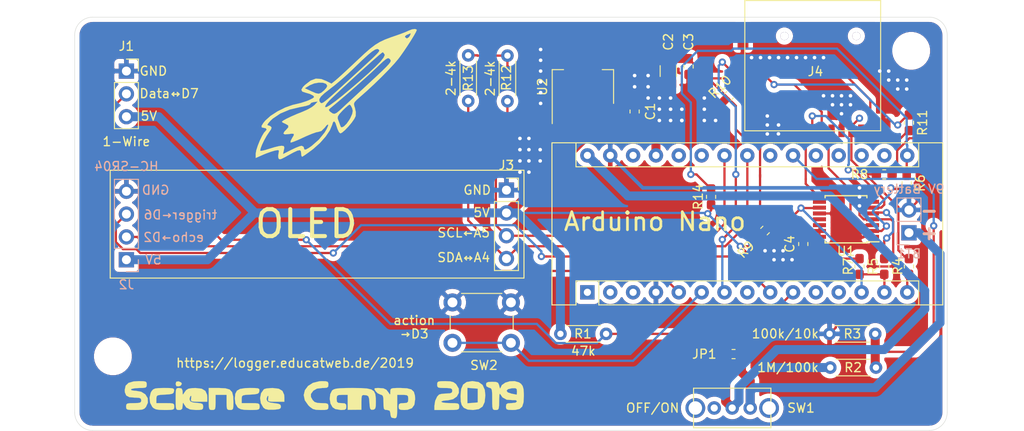
<source format=kicad_pcb>
(kicad_pcb (version 20171130) (host pcbnew 5.1.2+dfsg1-1)
  (layers (0 F.Cu signal) (31 B.Cu signal) (34 B.Paste user) (35 F.Paste user) (36 B.SilkS user) (37 F.SilkS user) (38 B.Mask user) (39 F.Mask user) (44 Edge.Cuts user))
  (net 0 "")
  (net 1 "Net-(A1-Pad30)")
  (net 2 GND)
  (net 3 "Net-(A1-Pad28)")
  (net 4 "Net-(A1-Pad12)")
  (net 5 +5V)
  (net 6 "Net-(A1-Pad11)")
  (net 7 "Net-(A1-Pad26)")
  (net 8 "Net-(A1-Pad10)")
  (net 9 "Net-(A1-Pad25)")
  (net 10 "Net-(A1-Pad9)")
  (net 11 /SCL)
  (net 12 "Net-(A1-Pad8)")
  (net 13 /SDA)
  (net 14 "Net-(A1-Pad22)")
  (net 15 "Net-(A1-Pad6)")
  (net 16 "Net-(A1-Pad21)")
  (net 17 "Net-(A1-Pad20)")
  (net 18 "Net-(A1-Pad19)")
  (net 19 "Net-(A1-Pad3)")
  (net 20 "Net-(A1-Pad18)")
  (net 21 "Net-(A1-Pad2)")
  (net 22 +3V3)
  (net 23 "Net-(A1-Pad1)")
  (net 24 "Net-(BT1-Pad1)")
  (net 25 "Net-(SW1-Pad1)")
  (net 26 SPI_SCK)
  (net 27 MISO)
  (net 28 MOSI)
  (net 29 SD_3V3)
  (net 30 "Net-(J4-Pad7)")
  (net 31 "Net-(J4-Pad3)")
  (net 32 "Net-(J4-Pad5)")
  (net 33 "Net-(R5-Pad1)")
  (net 34 "Net-(R6-Pad1)")
  (net 35 "Net-(A1-Pad5)")
  (net 36 "Net-(J4-Pad1)")
  (net 37 "Net-(J4-Pad8)")
  (net 38 SD_SS)
  (net 39 SD_DETECT)
  (net 40 "Net-(U1-Pad11)")
  (net 41 "Net-(J4-Pad2)")
  (module parts:SOFNG_TF-15_15 (layer F.Cu) (at 194.25 82.25 270)
    (fp_text reference J4 (at -0.2 -0.1) (layer F.SilkS))
    (fp_text value Micro_SD_Card_Det)
    (pad 11 smd rect (at -3.9 -7.55 180) (size 1.2 2.2) (layers F.Cu F.Paste F.Mask) (net 2 GND))
    (pad 11 smd rect (at -3.9 7.95 180) (size 1.2 2.2) (layers F.Cu F.Paste F.Mask) (net 2 GND))
    (pad 11 smd rect (at 5.7 -7.65 180) (size 1.6 1.4) (layers F.Cu F.Paste F.Mask) (net 2 GND))
    (pad 11 smd rect (at 5.7 7.15 180) (size 1.6 1.4) (layers F.Cu F.Paste F.Mask) (net 2 GND))
    (pad 10 smd rect (at 6.4 -6.3 180) (size 0.7 1.4) (layers F.Cu F.Paste F.Mask) (net 39 SD_DETECT))
    (pad 8 smd rect (at 6.4 -5.2 180) (size 0.7 1.4) (layers F.Cu F.Paste F.Mask) (net 37 "Net-(J4-Pad8)"))
    (pad 7 smd rect (at 6.4 -4.1 180) (size 0.7 1.4) (layers F.Cu F.Paste F.Mask) (net 30 "Net-(J4-Pad7)"))
    (pad 6 smd rect (at 6.4 -3 180) (size 0.7 1.4) (layers F.Cu F.Paste F.Mask) (net 2 GND))
    (pad 5 smd rect (at 6.4 -1.9 180) (size 0.7 1.4) (layers F.Cu F.Paste F.Mask) (net 32 "Net-(J4-Pad5)"))
    (pad 4 smd rect (at 6.4 -0.8 180) (size 0.7 1.4) (layers F.Cu F.Paste F.Mask) (net 29 SD_3V3))
    (pad 3 smd rect (at 6.4 0.3 180) (size 0.7 1.4) (layers F.Cu F.Paste F.Mask) (net 31 "Net-(J4-Pad3)"))
    (pad 2 smd rect (at 6.4 1.4 180) (size 0.7 1.4) (layers F.Cu F.Paste F.Mask) (net 41 "Net-(J4-Pad2)"))
    (pad "" thru_hole circle (at -4.15 -4.65 180) (size 0.9 0.9) (drill 0.9) (layers *.Cu *.Mask))
    (pad "" thru_hole circle (at -4.15 3.35 180) (size 0.9 0.9) (drill 0.9) (layers *.Cu *.Mask))
    (pad 1 smd rect (at 6.4 2.5 180) (size 0.7 1.4) (layers F.Cu F.Paste F.Mask) (net 36 "Net-(J4-Pad1)"))
  )
  (module Package_SO:TSSOP-14_4.4x5mm_P0.65mm (layer F.Cu) (at 197.75 98.5 180)
    (fp_text reference U1 (at 0 -3.55) (layer F.SilkS))
    (fp_text value 74LVC125)
    (pad 14 smd rect (at 2.95 -1.95 180) (size 1.45 0.45) (layers F.Cu F.Paste F.Mask) (net 29 SD_3V3))
    (pad 13 smd rect (at 2.95 -1.3 180) (size 1.45 0.45) (layers F.Cu F.Paste F.Mask) (net 29 SD_3V3))
    (pad 12 smd rect (at 2.95 -0.65 180) (size 1.45 0.45) (layers F.Cu F.Paste F.Mask) (net 29 SD_3V3))
    (pad 11 smd rect (at 2.95 0 180) (size 1.45 0.45) (layers F.Cu F.Paste F.Mask) (net 40 "Net-(U1-Pad11)"))
    (pad 10 smd rect (at 2.95 0.65 180) (size 1.45 0.45) (layers F.Cu F.Paste F.Mask) (net 2 GND))
    (pad 9 smd rect (at 2.95 1.3 180) (size 1.45 0.45) (layers F.Cu F.Paste F.Mask) (net 38 SD_SS))
    (pad 8 smd rect (at 2.95 1.95 180) (size 1.45 0.45) (layers F.Cu F.Paste F.Mask) (net 41 "Net-(J4-Pad2)"))
    (pad 7 smd rect (at -2.95 1.95 180) (size 1.45 0.45) (layers F.Cu F.Paste F.Mask) (net 2 GND))
    (pad 6 smd rect (at -2.95 1.3 180) (size 1.45 0.45) (layers F.Cu F.Paste F.Mask) (net 31 "Net-(J4-Pad3)"))
    (pad 5 smd rect (at -2.95 0.65 180) (size 1.45 0.45) (layers F.Cu F.Paste F.Mask) (net 33 "Net-(R5-Pad1)"))
    (pad 4 smd rect (at -2.95 0 180) (size 1.45 0.45) (layers F.Cu F.Paste F.Mask) (net 2 GND))
    (pad 3 smd rect (at -2.95 -0.65 180) (size 1.45 0.45) (layers F.Cu F.Paste F.Mask) (net 32 "Net-(J4-Pad5)"))
    (pad 2 smd rect (at -2.95 -1.3 180) (size 1.45 0.45) (layers F.Cu F.Paste F.Mask) (net 34 "Net-(R6-Pad1)"))
    (pad 1 smd rect (at -2.95 -1.95 180) (size 1.45 0.45) (layers F.Cu F.Paste F.Mask) (net 2 GND))
  )
  (module Resistor_SMD:R_0603_1608Metric_Pad1.05x0.95mm_HandSolder (layer F.Cu) (at 182.75 96 90)
    (fp_text reference R14 (at 0 -1.43 90) (layer F.SilkS))
    (fp_text value 47k/50k)
    (pad 2 smd roundrect (at 0.875 0 90) (size 1.05 0.95) (layers F.Cu F.Paste F.Mask) (net 26 SPI_SCK))
    (pad 1 smd roundrect (at -0.875 0 90) (size 1.05 0.95) (layers F.Cu F.Paste F.Mask) (net 5 +5V))
  )
  (module Resistor_SMD:R_0603_1608Metric_Pad1.05x0.95mm_HandSolder (layer F.Cu) (at 199.25 103.75 90)
    (fp_text reference R7 (at 0 -1.25 90) (layer F.SilkS))
    (fp_text value 47/70k)
    (pad 2 smd roundrect (at 0.875 0 90) (size 1.05 0.95) (layers F.Cu F.Paste F.Mask) (net 5 +5V))
    (pad 1 smd roundrect (at -0.875 0 90) (size 1.05 0.95) (layers F.Cu F.Paste F.Mask) (net 28 MOSI))
  )
  (module Resistor_SMD:R_0603_1608Metric_Pad1.05x0.95mm_HandSolder (layer F.Cu) (at 204.5 94.475 90)
    (fp_text reference R6 (at 0 1.5 90) (layer F.SilkS))
    (fp_text value 0)
    (pad 2 smd roundrect (at 0.875 0 90) (size 1.05 0.95) (layers F.Cu F.Paste F.Mask) (net 26 SPI_SCK))
    (pad 1 smd roundrect (at -0.875 0 90) (size 1.05 0.95) (layers F.Cu F.Paste F.Mask) (net 34 "Net-(R6-Pad1)"))
  )
  (module Resistor_SMD:R_0603_1608Metric_Pad1.05x0.95mm_HandSolder (layer F.Cu) (at 202 103.75 270)
    (fp_text reference R5 (at 0 1.25 90) (layer F.SilkS))
    (fp_text value 0)
    (pad 2 smd roundrect (at 0.875 0 270) (size 1.05 0.95) (layers F.Cu F.Paste F.Mask) (net 28 MOSI))
    (pad 1 smd roundrect (at -0.875 0 270) (size 1.05 0.95) (layers F.Cu F.Paste F.Mask) (net 33 "Net-(R5-Pad1)"))
  )
  (module Resistor_SMD:R_0603_1608Metric_Pad1.05x0.95mm_HandSolder (layer F.Cu) (at 204.75 103.75 270)
    (fp_text reference R4 (at 0 1.25 90) (layer F.SilkS))
    (fp_text value 0)
    (pad 2 smd roundrect (at 0.875 0 270) (size 1.05 0.95) (layers F.Cu F.Paste F.Mask) (net 27 MISO))
    (pad 1 smd roundrect (at -0.875 0 270) (size 1.05 0.95) (layers F.Cu F.Paste F.Mask) (net 30 "Net-(J4-Pad7)"))
  )
  (module Capacitor_SMD:C_0603_1608Metric_Pad1.05x0.95mm_HandSolder (layer F.Cu) (at 193 101.25 270)
    (fp_text reference C4 (at 0 1.5 90) (layer F.SilkS))
    (fp_text value 0.1u)
    (pad 2 smd roundrect (at 0.875 0 270) (size 1.05 0.95) (layers F.Cu F.Paste F.Mask) (net 2 GND))
    (pad 1 smd roundrect (at -0.875 0 270) (size 1.05 0.95) (layers F.Cu F.Paste F.Mask) (net 29 SD_3V3))
  )
  (module Module:Arduino_Nano (layer F.Cu) (at 169 106.625 90)
    (fp_text reference A1)
    (fp_text value "Arduino Nano" (at 7.875 7.5) (layer F.SilkS) (effects (font (size 2 2) (thickness 0.3))))
    (pad 16 thru_hole oval (at 15.24 35.56 90) (size 1.6 1.6) (drill 0.8) (layers *.Cu *.Mask) (net 26 SPI_SCK))
    (pad 15 thru_hole oval (at 0 35.56 90) (size 1.6 1.6) (drill 0.8) (layers *.Cu *.Mask) (net 27 MISO))
    (pad 30 thru_hole oval (at 15.24 0 90) (size 1.6 1.6) (drill 0.8) (layers *.Cu *.Mask) (net 1 "Net-(A1-Pad30)"))
    (pad 14 thru_hole oval (at 0 33.02 90) (size 1.6 1.6) (drill 0.8) (layers *.Cu *.Mask) (net 28 MOSI))
    (pad 29 thru_hole oval (at 15.24 2.54 90) (size 1.6 1.6) (drill 0.8) (layers *.Cu *.Mask) (net 2 GND))
    (pad 13 thru_hole oval (at 0 30.48 90) (size 1.6 1.6) (drill 0.8) (layers *.Cu *.Mask) (net 38 SD_SS))
    (pad 28 thru_hole oval (at 15.24 5.08 90) (size 1.6 1.6) (drill 0.8) (layers *.Cu *.Mask) (net 3 "Net-(A1-Pad28)"))
    (pad 12 thru_hole oval (at 0 27.94 90) (size 1.6 1.6) (drill 0.8) (layers *.Cu *.Mask) (net 4 "Net-(A1-Pad12)"))
    (pad 27 thru_hole oval (at 15.24 7.62 90) (size 1.6 1.6) (drill 0.8) (layers *.Cu *.Mask) (net 5 +5V))
    (pad 11 thru_hole oval (at 0 25.4 90) (size 1.6 1.6) (drill 0.8) (layers *.Cu *.Mask) (net 6 "Net-(A1-Pad11)"))
    (pad 26 thru_hole oval (at 15.24 10.16 90) (size 1.6 1.6) (drill 0.8) (layers *.Cu *.Mask) (net 7 "Net-(A1-Pad26)"))
    (pad 10 thru_hole oval (at 0 22.86 90) (size 1.6 1.6) (drill 0.8) (layers *.Cu *.Mask) (net 8 "Net-(A1-Pad10)"))
    (pad 25 thru_hole oval (at 15.24 12.7 90) (size 1.6 1.6) (drill 0.8) (layers *.Cu *.Mask) (net 9 "Net-(A1-Pad25)"))
    (pad 9 thru_hole oval (at 0 20.32 90) (size 1.6 1.6) (drill 0.8) (layers *.Cu *.Mask) (net 10 "Net-(A1-Pad9)"))
    (pad 24 thru_hole oval (at 15.24 15.24 90) (size 1.6 1.6) (drill 0.8) (layers *.Cu *.Mask) (net 11 /SCL))
    (pad 8 thru_hole oval (at 0 17.78 90) (size 1.6 1.6) (drill 0.8) (layers *.Cu *.Mask) (net 12 "Net-(A1-Pad8)"))
    (pad 23 thru_hole oval (at 15.24 17.78 90) (size 1.6 1.6) (drill 0.8) (layers *.Cu *.Mask) (net 13 /SDA))
    (pad 7 thru_hole oval (at 0 15.24 90) (size 1.6 1.6) (drill 0.8) (layers *.Cu *.Mask) (net 39 SD_DETECT))
    (pad 22 thru_hole oval (at 15.24 20.32 90) (size 1.6 1.6) (drill 0.8) (layers *.Cu *.Mask) (net 14 "Net-(A1-Pad22)"))
    (pad 6 thru_hole oval (at 0 12.7 90) (size 1.6 1.6) (drill 0.8) (layers *.Cu *.Mask) (net 15 "Net-(A1-Pad6)"))
    (pad 21 thru_hole oval (at 15.24 22.86 90) (size 1.6 1.6) (drill 0.8) (layers *.Cu *.Mask) (net 16 "Net-(A1-Pad21)"))
    (pad 5 thru_hole oval (at 0 10.16 90) (size 1.6 1.6) (drill 0.8) (layers *.Cu *.Mask) (net 35 "Net-(A1-Pad5)"))
    (pad 20 thru_hole oval (at 15.24 25.4 90) (size 1.6 1.6) (drill 0.8) (layers *.Cu *.Mask) (net 17 "Net-(A1-Pad20)"))
    (pad 4 thru_hole oval (at 0 7.62 90) (size 1.6 1.6) (drill 0.8) (layers *.Cu *.Mask) (net 2 GND))
    (pad 19 thru_hole oval (at 15.24 27.94 90) (size 1.6 1.6) (drill 0.8) (layers *.Cu *.Mask) (net 18 "Net-(A1-Pad19)"))
    (pad 3 thru_hole oval (at 0 5.08 90) (size 1.6 1.6) (drill 0.8) (layers *.Cu *.Mask) (net 19 "Net-(A1-Pad3)"))
    (pad 18 thru_hole oval (at 15.24 30.48 90) (size 1.6 1.6) (drill 0.8) (layers *.Cu *.Mask) (net 20 "Net-(A1-Pad18)"))
    (pad 2 thru_hole oval (at 0 2.54 90) (size 1.6 1.6) (drill 0.8) (layers *.Cu *.Mask) (net 21 "Net-(A1-Pad2)"))
    (pad 17 thru_hole oval (at 15.24 33.02 90) (size 1.6 1.6) (drill 0.8) (layers *.Cu *.Mask) (net 22 +3V3))
    (pad 1 thru_hole rect (at 0 0 90) (size 1.6 1.6) (drill 0.8) (layers *.Cu *.Mask) (net 23 "Net-(A1-Pad1)"))
  )
  (module Resistor_THT:R_Axial_DIN0204_L3.6mm_D1.6mm_P5.08mm_Horizontal (layer F.Cu) (at 155.75 80.25 270)
    (fp_text reference R13 (at 2.54 0 90) (layer F.SilkS))
    (fp_text value 2-4k (at 2.54 1.92 90) (layer F.SilkS))
    (pad 2 thru_hole oval (at 5.08 0 270) (size 1.4 1.4) (drill 0.7) (layers *.Cu *.Mask) (net 13 /SDA))
    (pad 1 thru_hole circle (at 0 0 270) (size 1.4 1.4) (drill 0.7) (layers *.Cu *.Mask) (net 5 +5V))
  )
  (module Resistor_THT:R_Axial_DIN0204_L3.6mm_D1.6mm_P5.08mm_Horizontal (layer F.Cu) (at 160.11 80.28 270)
    (fp_text reference R12 (at 2.47 0.11 90) (layer F.SilkS))
    (fp_text value 2-4k (at 2.54 1.92 90) (layer F.SilkS))
    (pad 2 thru_hole oval (at 5.08 0 270) (size 1.4 1.4) (drill 0.7) (layers *.Cu *.Mask) (net 11 /SCL))
    (pad 1 thru_hole circle (at 0 0 270) (size 1.4 1.4) (drill 0.7) (layers *.Cu *.Mask) (net 5 +5V))
  )
  (module Resistor_THT:R_Axial_DIN0204_L3.6mm_D1.6mm_P5.08mm_Horizontal (layer F.Cu) (at 201 111.25 180)
    (fp_text reference R3 (at 2.54 0) (layer F.SilkS))
    (fp_text value 100k/10k (at 10 0.01) (layer F.SilkS))
    (pad 2 thru_hole oval (at 5.08 0 180) (size 1.4 1.4) (drill 0.7) (layers *.Cu *.Mask) (net 2 GND))
    (pad 1 thru_hole circle (at 0 0 180) (size 1.4 1.4) (drill 0.7) (layers *.Cu *.Mask) (net 16 "Net-(A1-Pad21)"))
  )
  (module Resistor_THT:R_Axial_DIN0204_L3.6mm_D1.6mm_P5.08mm_Horizontal (layer F.Cu) (at 196 115)
    (fp_text reference R2 (at 2.54 0) (layer F.SilkS))
    (fp_text value 1M/100k (at -4.7 0) (layer F.SilkS))
    (pad 2 thru_hole oval (at 5.08 0) (size 1.4 1.4) (drill 0.7) (layers *.Cu *.Mask) (net 16 "Net-(A1-Pad21)"))
    (pad 1 thru_hole circle (at 0 0) (size 1.4 1.4) (drill 0.7) (layers *.Cu *.Mask) (net 1 "Net-(A1-Pad30)"))
  )
  (module Resistor_THT:R_Axial_DIN0204_L3.6mm_D1.6mm_P5.08mm_Horizontal (layer F.Cu) (at 166 111.25)
    (fp_text reference R1 (at 2.5 0) (layer F.SilkS))
    (fp_text value 47k (at 2.54 1.92) (layer F.SilkS))
    (pad 2 thru_hole oval (at 5.08 0) (size 1.4 1.4) (drill 0.7) (layers *.Cu *.Mask) (net 8 "Net-(A1-Pad10)"))
    (pad 1 thru_hole circle (at 0 0) (size 1.4 1.4) (drill 0.7) (layers *.Cu *.Mask) (net 5 +5V))
  )
  (module Capacitor_SMD:C_1206_3216Metric (layer F.Cu) (at 178 82 270)
    (fp_text reference C2 (at -3.25 0 90) (layer F.SilkS))
    (fp_text value 10uF)
    (pad 2 smd roundrect (at 1.4 0 270) (size 1.25 1.75) (layers F.Cu F.Paste F.Mask) (roundrect_rratio 0.2) (net 2 GND))
    (pad 1 smd roundrect (at -1.4 0 270) (size 1.25 1.75) (layers F.Cu F.Paste F.Mask) (roundrect_rratio 0.2) (net 29 SD_3V3))
  )
  (module parts:OS102011MA1QN1 (layer F.Cu) (at 184 119.5)
    (fp_text reference SW1 (at 8.75 0) (layer F.SilkS))
    (fp_text value OFF/ON (at -7.75 0) (layer F.SilkS))
    (pad "" thru_hole circle (at 5.2 0) (size 2.2 2.2) (drill 1.5) (layers *.Cu *.Mask))
    (pad 3 thru_hole circle (at 3.1 0) (size 1.5 1.5) (drill 0.8) (layers *.Cu *.Mask) (net 24 "Net-(BT1-Pad1)"))
    (pad 2 thru_hole circle (at 1.1 0) (size 1.5 1.5) (drill 0.8) (layers *.Cu *.Mask) (net 1 "Net-(A1-Pad30)"))
    (pad 1 thru_hole circle (at -0.9 0) (size 1.5 1.5) (drill 0.8) (layers *.Cu *.Mask) (net 25 "Net-(SW1-Pad1)"))
    (pad "" thru_hole circle (at -3 0) (size 2.2 2.2) (drill 1.5) (layers *.Cu *.Mask))
  )
  (module parts:12832_SSD1306 (layer F.Cu) (at 160 95.25)
    (fp_text reference J3 (at 0 -2.77 180) (layer F.SilkS))
    (fp_text value OLED (at -22.25 3.75 180) (layer F.SilkS) (effects (font (size 3 3) (thickness 0.45))))
    (pad 4 thru_hole oval (at 0 7.62) (size 1.7 1.7) (drill 1) (layers *.Cu *.Mask) (net 13 /SDA))
    (pad 3 thru_hole oval (at 0 5.08) (size 1.7 1.7) (drill 1) (layers *.Cu *.Mask) (net 11 /SCL))
    (pad 2 thru_hole oval (at 0 2.54 180) (size 1.7 1.7) (drill 1) (layers *.Cu *.Mask) (net 5 +5V))
    (pad 1 thru_hole rect (at 0 0) (size 1.7 1.7) (drill 1) (layers *.Cu *.Mask) (net 2 GND))
  )
  (module Resistor_SMD:R_0603_1608Metric_Pad1.05x0.95mm_HandSolder (layer F.Cu) (at 204.75 87.75 270)
    (fp_text reference R11 (at 0 -1.5 90) (layer F.SilkS))
    (fp_text value 47/50k)
    (pad 2 smd roundrect (at 0.875 0 270) (size 1.05 0.95) (layers F.Cu F.Paste F.Mask) (net 37 "Net-(J4-Pad8)"))
    (pad 1 smd roundrect (at -0.875 0 270) (size 1.05 0.95) (layers F.Cu F.Paste F.Mask) (net 29 SD_3V3))
  )
  (module Resistor_SMD:R_0603_1608Metric_Pad1.05x0.95mm_HandSolder (layer F.Cu) (at 184.75 84.75 45)
    (fp_text reference R10 (at 0 -1.414214 45) (layer F.SilkS))
    (fp_text value 47/50k)
    (pad 2 smd roundrect (at 0.875 0 45) (size 1.05 0.95) (layers F.Cu F.Paste F.Mask) (net 36 "Net-(J4-Pad1)"))
    (pad 1 smd roundrect (at -0.875 0 45) (size 1.05 0.95) (layers F.Cu F.Paste F.Mask) (net 29 SD_3V3))
  )
  (module Resistor_SMD:R_0603_1608Metric_Pad1.05x0.95mm_HandSolder (layer F.Cu) (at 188.75 99.75 45)
    (fp_text reference R9 (at -3 0 45) (layer F.SilkS))
    (fp_text value 47k/50k)
    (pad 2 smd roundrect (at 0.875 0 45) (size 1.05 0.95) (layers F.Cu F.Paste F.Mask) (net 38 SD_SS))
    (pad 1 smd roundrect (at -0.875 0 45) (size 1.05 0.95) (layers F.Cu F.Paste F.Mask) (net 5 +5V))
  )
  (module Resistor_SMD:R_0603_1608Metric_Pad1.05x0.95mm_HandSolder (layer F.Cu) (at 202 93.5 180)
    (fp_text reference R8 (at 2.75 -0.01) (layer F.SilkS))
    (fp_text value 47/50k)
    (pad 2 smd roundrect (at 0.875 0 180) (size 1.05 0.95) (layers F.Cu F.Paste F.Mask) (net 30 "Net-(J4-Pad7)"))
    (pad 1 smd roundrect (at -0.875 0 180) (size 1.05 0.95) (layers F.Cu F.Paste F.Mask) (net 29 SD_3V3))
  )
  (module MountingHole:MountingHole_3.2mm_M3_DIN965 (layer F.Cu) (at 116.25 113.75)
    (fp_text reference REF**)
    (fp_text value MountingHole_3.2mm_M3_DIN965)
    (pad 1 np_thru_hole circle (at 0 0) (size 3.2 3.2) (drill 3.2) (layers *.Cu *.Mask))
  )
  (module MountingHole:MountingHole_3.2mm_M3_DIN965 (layer F.Cu) (at 205 79.75)
    (fp_text reference REF**)
    (fp_text value MountingHole_3.2mm_M3_DIN965)
    (pad 1 np_thru_hole circle (at 0 0) (size 3.2 3.2) (drill 3.2) (layers *.Cu *.Mask))
  )
  (module Button_Switch_THT:SW_PUSH_6mm_H13mm (layer F.Cu) (at 154 107.75)
    (fp_text reference SW2 (at 3.5 7) (layer F.SilkS))
    (fp_text value action (at -4.25 2) (layer F.SilkS))
    (pad 1 thru_hole circle (at 6.5 0 90) (size 2 2) (drill 1.1) (layers *.Cu *.Mask) (net 2 GND))
    (pad 2 thru_hole circle (at 6.5 4.5 90) (size 2 2) (drill 1.1) (layers *.Cu *.Mask) (net 15 "Net-(A1-Pad6)"))
    (pad 1 thru_hole circle (at 0 0 90) (size 2 2) (drill 1.1) (layers *.Cu *.Mask) (net 2 GND))
    (pad 2 thru_hole circle (at 0 4.5 90) (size 2 2) (drill 1.1) (layers *.Cu *.Mask) (net 15 "Net-(A1-Pad6)"))
  )
  (module Package_TO_SOT_SMD:SOT-223-3_TabPin2 (layer F.Cu) (at 168.5 83.75 90)
    (fp_text reference U2 (at 0 -4.5 90) (layer F.SilkS))
    (fp_text value AMS1117-3.3)
    (pad 1 smd rect (at -3.15 -2.3 90) (size 2 1.5) (layers F.Cu F.Paste F.Mask) (net 2 GND))
    (pad 3 smd rect (at -3.15 2.3 90) (size 2 1.5) (layers F.Cu F.Paste F.Mask) (net 5 +5V))
    (pad 2 smd rect (at -3.15 0 90) (size 2 1.5) (layers F.Cu F.Paste F.Mask) (net 29 SD_3V3))
    (pad 2 smd rect (at 3.15 0 90) (size 2 3.8) (layers F.Cu F.Paste F.Mask) (net 29 SD_3V3))
  )
  (module Capacitor_SMD:C_0603_1608Metric_Pad1.05x0.95mm_HandSolder (layer F.Cu) (at 180.25 81.5 270)
    (fp_text reference C3 (at -2.75 0 90) (layer F.SilkS))
    (fp_text value 0.01uF)
    (pad 2 smd roundrect (at 0.875 0 270) (size 1.05 0.95) (layers F.Cu F.Paste F.Mask) (net 2 GND))
    (pad 1 smd roundrect (at -0.875 0 270) (size 1.05 0.95) (layers F.Cu F.Paste F.Mask) (net 29 SD_3V3))
  )
  (module Capacitor_SMD:C_0603_1608Metric_Pad1.05x0.95mm_HandSolder (layer F.Cu) (at 174.25 86.5 90)
    (fp_text reference C1 (at 0 1.75 90) (layer F.SilkS))
    (fp_text value 0.01uF)
    (pad 2 smd roundrect (at 0.875 0 90) (size 1.05 0.95) (layers F.Cu F.Paste F.Mask) (net 2 GND))
    (pad 1 smd roundrect (at -0.875 0 90) (size 1.05 0.95) (layers F.Cu F.Paste F.Mask) (net 5 +5V))
  )
  (module Connector_PinHeader_2.54mm:PinHeader_1x02_P2.54mm_Vertical (layer B.Cu) (at 204.75 100)
    (fp_text reference BT1 (at 0 2.33) (layer B.SilkS) (effects (justify mirror)))
    (fp_text value "9V Battery" (at 0 -4.87) (layer B.SilkS) (effects (justify mirror)))
    (pad 2 thru_hole oval (at 0 -2.54) (size 1.7 1.7) (drill 1) (layers *.Cu *.Mask) (net 2 GND))
    (pad 1 thru_hole rect (at 0 0) (size 1.7 1.7) (drill 1) (layers *.Cu *.Mask) (net 24 "Net-(BT1-Pad1)"))
  )
  (module parts:schriftzug (layer F.Cu) (at 139.75 118.5)
    (fp_text reference G*** hide)
    (fp_text value LOGO hide)
  )
  (module Resistor_SMD:R_0603_1608Metric_Pad1.05x0.95mm_HandSolder (layer F.Cu) (at 185.25 113.5)
    (fp_text reference JP1 (at -3.25 0) (layer F.SilkS))
    (fp_text value switch_bypass)
    (pad 2 smd roundrect (at 0.875 0) (size 1.05 0.95) (layers F.Cu F.Paste F.Mask) (net 24 "Net-(BT1-Pad1)"))
    (pad 1 smd roundrect (at -0.875 0) (size 1.05 0.95) (layers F.Cu F.Paste F.Mask) (net 1 "Net-(A1-Pad30)"))
  )
  (module parts:stift (layer F.Cu) (at 141 84.5)
    (fp_text reference G*** hide)
    (fp_text value LOGO hide)
  )
  (module Connector_PinSocket_2.54mm:PinSocket_1x04_P2.54mm_Vertical (layer B.Cu) (at 117.75 103)
    (fp_text reference J2 (at 0 2.77) (layer B.SilkS) (effects (justify mirror)))
    (fp_text value HC-SR04 (at 0 -10.39) (layer B.SilkS) (effects (justify mirror)))
    (pad 4 thru_hole oval (at 0 -7.62) (size 1.7 1.7) (drill 1) (layers *.Cu *.Mask) (net 2 GND))
    (pad 3 thru_hole oval (at 0 -5.08) (size 1.7 1.7) (drill 1) (layers *.Cu *.Mask) (net 10 "Net-(A1-Pad9)"))
    (pad 2 thru_hole oval (at 0 -2.54) (size 1.7 1.7) (drill 1) (layers *.Cu *.Mask) (net 35 "Net-(A1-Pad5)"))
    (pad 1 thru_hole rect (at 0 0) (size 1.7 1.7) (drill 1) (layers *.Cu *.Mask) (net 5 +5V))
  )
  (module Connector_PinSocket_2.54mm:PinSocket_1x03_P2.54mm_Vertical (layer F.Cu) (at 117.75 82)
    (fp_text reference J1 (at 0 -2.77) (layer F.SilkS))
    (fp_text value 1-Wire (at 0 7.85) (layer F.SilkS))
    (pad 3 thru_hole oval (at 0 5.08) (size 1.7 1.7) (drill 1) (layers *.Cu *.Mask) (net 5 +5V))
    (pad 2 thru_hole oval (at 0 2.54) (size 1.7 1.7) (drill 1) (layers *.Cu *.Mask) (net 8 "Net-(A1-Pad10)"))
    (pad 1 thru_hole rect (at 0 0) (size 1.7 1.7) (drill 1) (layers *.Cu *.Mask) (net 2 GND))
  )
  (gr_text https://logger.educatweb.de/2019 (at 136.5 114.5) (layer F.SilkS) (effects (font (size 1 1))))
  (gr_text →D3 (at 149.75 111.25) (layer F.SilkS) (effects (font (size 1 1))))
  (gr_text trigger←D6 (at 123.75 98) (layer B.SilkS) (effects (font (size 1 1)) (justify mirror)))
  (gr_text echo→D2 (at 123 100.5) (layer B.SilkS) (effects (font (size 1 1)) (justify mirror)))
  (gr_text 5V (at 120.75 103) (layer B.SilkS) (effects (font (size 1 1)) (justify mirror)))
  (gr_text GND (at 121 95.25) (layer B.SilkS) (effects (font (size 1 1)) (justify mirror)))
  (gr_text SDA↔A4 (at 155.25 102.75) (layer F.SilkS) (effects (font (size 1 1))))
  (gr_text SCL←A5 (at 155.25 100) (layer F.SilkS) (effects (font (size 1 1))))
  (gr_text 5V (at 157.25 97.75) (layer F.SilkS) (effects (font (size 1 1))))
  (gr_text GND (at 156.75 95.25) (layer F.SilkS) (effects (font (size 1 1))))
  (gr_text GND (at 120.75 82) (layer F.SilkS) (effects (font (size 1 1))))
  (gr_text Data↔D7 (at 122.5 84.5) (layer F.SilkS) (effects (font (size 1 1))))
  (gr_text 5V (at 120.25 87) (layer F.SilkS) (effects (font (size 1 1))))
  (gr_text - (at 207 97.5) (layer B.SilkS) (effects (font (size 1.5 1.5) (thickness 0.3)) (justify mirror)))
  (gr_text - (at 207 97.5) (layer F.SilkS) (effects (font (size 1.5 1.5) (thickness 0.3))))
  (gr_text + (at 207 100) (layer B.SilkS) (effects (font (size 1.5 1.5) (thickness 0.3)) (justify mirror)))
  (gr_text + (at 207 100) (layer F.SilkS) (effects (font (size 1.5 1.5) (thickness 0.3))))
  (gr_arc (start 114 120) (end 112 120) (angle -90) (layer Edge.Cuts) (width 0.05))
  (gr_line (start 207 122) (end 114 122) (layer Edge.Cuts) (width 0.05))
  (gr_line (start 112 120) (end 112 78) (layer Edge.Cuts) (width 0.05))
  (gr_arc (start 114 78) (end 114 76) (angle -90) (layer Edge.Cuts) (width 0.05))
  (gr_arc (start 207 120) (end 207 122) (angle -90) (layer Edge.Cuts) (width 0.05))
  (gr_line (start 209 78) (end 209 120) (layer Edge.Cuts) (width 0.05))
  (gr_arc (start 207 78) (end 209 78) (angle -90) (layer Edge.Cuts) (width 0.05))
  (gr_line (start 114 76) (end 207 76) (layer Edge.Cuts) (width 0.05))
  (segment (start 185.849999 118.750001) (end 185.849999 118.650001) (width 1) (layer B.Cu) (net 1))
  (segment (start 185.1 119.5) (end 185.849999 118.750001) (width 1) (layer B.Cu) (net 1))
  (segment (start 184.375 114.5) (end 184.375 113.5) (width 1) (layer F.Cu) (net 1))
  (segment (start 185.1 119.5) (end 184.375 118.775) (width 1) (layer F.Cu) (net 1))
  (segment (start 184.375 118.775) (end 184.375 114.5) (width 1) (layer F.Cu) (net 1))
  (segment (start 185.849999 117.952931) (end 185.849999 117.702931) (width 1) (layer B.Cu) (net 1))
  (segment (start 185.849999 117.202931) (end 188.05293 115) (width 1) (layer B.Cu) (net 1))
  (segment (start 185.849999 117.452931) (end 185.849999 117.202931) (width 1) (layer B.Cu) (net 1))
  (segment (start 185.849999 118.202931) (end 185.849999 117.952931) (width 1) (layer B.Cu) (net 1))
  (segment (start 195.010051 115) (end 196 115) (width 1) (layer B.Cu) (net 1))
  (segment (start 188.05293 115) (end 195.010051 115) (width 1) (layer B.Cu) (net 1))
  (segment (start 185.849999 118.650001) (end 185.849999 118.452931) (width 1) (layer B.Cu) (net 1))
  (segment (start 185.849999 117.702931) (end 185.849999 117.452931) (width 1) (layer B.Cu) (net 1))
  (segment (start 185.849999 118.452931) (end 185.849999 118.202931) (width 1) (layer B.Cu) (net 1))
  (segment (start 173.515011 95.900011) (end 169.799999 92.184999) (width 1) (layer B.Cu) (net 1))
  (segment (start 206.5 106.43728) (end 195.962731 95.900011) (width 1) (layer B.Cu) (net 1))
  (segment (start 185.849999 117.202931) (end 190.05293 113) (width 1) (layer B.Cu) (net 1))
  (segment (start 195.962731 95.900011) (end 173.515011 95.900011) (width 1) (layer B.Cu) (net 1))
  (segment (start 190.05293 113) (end 202 113) (width 1) (layer B.Cu) (net 1))
  (segment (start 202 113) (end 206.5 108.5) (width 1) (layer B.Cu) (net 1))
  (segment (start 169.799999 92.184999) (end 169 91.385) (width 1) (layer B.Cu) (net 1))
  (segment (start 206.5 108.5) (end 206.5 106.43728) (width 1) (layer B.Cu) (net 1))
  (via (at 174.25 83.75) (size 0.8) (drill 0.4) (layers F.Cu B.Cu) (net 2))
  (via (at 174.25 82.5) (size 0.8) (drill 0.4) (layers F.Cu B.Cu) (net 2))
  (via (at 175.75 82.5) (size 0.8) (drill 0.4) (layers F.Cu B.Cu) (net 2))
  (via (at 175.75 83.75) (size 0.8) (drill 0.4) (layers F.Cu B.Cu) (net 2))
  (via (at 175.75 85) (size 0.8) (drill 0.4) (layers F.Cu B.Cu) (net 2))
  (via (at 177 85) (size 0.8) (drill 0.4) (layers F.Cu B.Cu) (net 2))
  (via (at 178.25 85) (size 0.8) (drill 0.4) (layers F.Cu B.Cu) (net 2))
  (via (at 182 85) (size 0.8) (drill 0.4) (layers F.Cu B.Cu) (net 2))
  (via (at 182 86.25) (size 0.8) (drill 0.4) (layers F.Cu B.Cu) (net 2))
  (via (at 179.5 86.25) (size 0.8) (drill 0.4) (layers F.Cu B.Cu) (net 2))
  (via (at 178.25 86.25) (size 0.8) (drill 0.4) (layers F.Cu B.Cu) (net 2))
  (via (at 177 86.25) (size 0.8) (drill 0.4) (layers F.Cu B.Cu) (net 2))
  (via (at 177 87.5) (size 0.8) (drill 0.4) (layers F.Cu B.Cu) (net 2))
  (via (at 178.25 87.5) (size 0.8) (drill 0.4) (layers F.Cu B.Cu) (net 2))
  (via (at 179.5 87.5) (size 0.8) (drill 0.4) (layers F.Cu B.Cu) (net 2))
  (via (at 179.5 87.5) (size 0.8) (drill 0.4) (layers F.Cu B.Cu) (net 2))
  (via (at 182 87.5) (size 0.8) (drill 0.4) (layers F.Cu B.Cu) (net 2))
  (via (at 183.25 87.5) (size 0.8) (drill 0.4) (layers F.Cu B.Cu) (net 2))
  (via (at 189 87) (size 0.8) (drill 0.4) (layers F.Cu B.Cu) (net 2))
  (via (at 189 88) (size 0.8) (drill 0.4) (layers F.Cu B.Cu) (net 2))
  (via (at 189 89) (size 0.8) (drill 0.4) (layers F.Cu B.Cu) (net 2))
  (via (at 190.237713 88.986967) (size 0.8) (drill 0.4) (layers F.Cu B.Cu) (net 2))
  (via (at 204.5 84) (size 0.8) (drill 0.4) (layers F.Cu B.Cu) (net 2))
  (via (at 203.5 84) (size 0.8) (drill 0.4) (layers F.Cu B.Cu) (net 2))
  (via (at 202.5 83) (size 0.8) (drill 0.4) (layers F.Cu B.Cu) (net 2))
  (via (at 203.5 83) (size 0.8) (drill 0.4) (layers F.Cu B.Cu) (net 2))
  (via (at 204.5 83) (size 0.8) (drill 0.4) (layers F.Cu B.Cu) (net 2))
  (via (at 163.8 85.6) (size 0.8) (drill 0.4) (layers F.Cu B.Cu) (net 2))
  (via (at 163.8 84.4) (size 0.8) (drill 0.4) (layers F.Cu B.Cu) (net 2))
  (via (at 163.8 83.2) (size 0.8) (drill 0.4) (layers F.Cu B.Cu) (net 2))
  (via (at 163.8 82) (size 0.8) (drill 0.4) (layers F.Cu B.Cu) (net 2))
  (via (at 163.8 80.8) (size 0.8) (drill 0.4) (layers F.Cu B.Cu) (net 2))
  (via (at 163.8 79.6) (size 0.8) (drill 0.4) (layers F.Cu B.Cu) (net 2))
  (segment (start 161.1 95.25) (end 161.65 94.7) (width 0.25) (layer F.Cu) (net 2))
  (segment (start 160 95.25) (end 161.1 95.25) (width 0.25) (layer F.Cu) (net 2))
  (via (at 162.5 93.25) (size 0.8) (drill 0.4) (layers F.Cu B.Cu) (net 2))
  (via (at 162.5 92) (size 0.8) (drill 0.4) (layers F.Cu B.Cu) (net 2))
  (via (at 162.5 90.75) (size 0.8) (drill 0.4) (layers F.Cu B.Cu) (net 2))
  (via (at 162.5 89.5) (size 0.8) (drill 0.4) (layers F.Cu B.Cu) (net 2))
  (via (at 163.75 90.75) (size 0.8) (drill 0.4) (layers F.Cu B.Cu) (net 2))
  (via (at 163.75 92) (size 0.8) (drill 0.4) (layers F.Cu B.Cu) (net 2))
  (via (at 190.25 88) (size 0.8) (drill 0.4) (layers F.Cu B.Cu) (net 2))
  (segment (start 190.237713 89.552652) (end 190.5 89.814939) (width 0.25) (layer F.Cu) (net 2))
  (segment (start 190.237713 88.986967) (end 190.237713 89.552652) (width 0.25) (layer F.Cu) (net 2))
  (segment (start 190.237713 89.552652) (end 190.734999 90.049938) (width 0.25) (layer F.Cu) (net 2))
  (segment (start 199.725 98.5) (end 199.25 98.025) (width 0.25) (layer F.Cu) (net 2))
  (segment (start 200.7 98.5) (end 199.725 98.5) (width 0.25) (layer F.Cu) (net 2))
  (segment (start 199.25 98.025) (end 199.25 97) (width 0.25) (layer F.Cu) (net 2))
  (segment (start 200.7 96.55) (end 199.3 96.55) (width 0.25) (layer F.Cu) (net 2))
  (via (at 199.25 95) (size 0.8) (drill 0.4) (layers F.Cu B.Cu) (net 2))
  (via (at 199.25 96) (size 0.8) (drill 0.4) (layers F.Cu B.Cu) (net 2))
  (segment (start 199.25 97) (end 199.25 97) (width 0.25) (layer F.Cu) (net 2))
  (via (at 199.25 97) (size 0.8) (drill 0.4) (layers F.Cu B.Cu) (net 2))
  (segment (start 200.7 100.45) (end 199.05 100.45) (width 0.25) (layer F.Cu) (net 2))
  (segment (start 205.599999 96.610001) (end 205.599999 96.150001) (width 0.25) (layer F.Cu) (net 2))
  (segment (start 204.75 97.46) (end 205.599999 96.610001) (width 0.25) (layer F.Cu) (net 2))
  (segment (start 195.92 111.25) (end 196.619999 110.550001) (width 0.25) (layer F.Cu) (net 2))
  (segment (start 196.619999 110.550001) (end 196.619999 108.610003) (width 0.25) (layer F.Cu) (net 2))
  (via (at 190.75 103) (size 0.8) (drill 0.4) (layers F.Cu B.Cu) (net 2))
  (via (at 189.75 103) (size 0.8) (drill 0.4) (layers F.Cu B.Cu) (net 2))
  (via (at 189.75 102) (size 0.8) (drill 0.4) (layers F.Cu B.Cu) (net 2))
  (via (at 188.75 102) (size 0.8) (drill 0.4) (layers F.Cu B.Cu) (net 2))
  (segment (start 194.8 97.85) (end 196.1 97.85) (width 0.25) (layer F.Cu) (net 2))
  (via (at 190.75 102) (size 0.8) (drill 0.4) (layers F.Cu B.Cu) (net 2))
  (via (at 195.25 80.5) (size 0.8) (drill 0.4) (layers F.Cu B.Cu) (net 2))
  (via (at 194.25 80.5) (size 0.8) (drill 0.4) (layers F.Cu B.Cu) (net 2))
  (via (at 193.25 80.5) (size 0.8) (drill 0.4) (layers F.Cu B.Cu) (net 2))
  (via (at 192.25 80.5) (size 0.8) (drill 0.4) (layers F.Cu B.Cu) (net 2))
  (via (at 198.25 84.75) (size 0.8) (drill 0.4) (layers F.Cu B.Cu) (net 2))
  (via (at 197.25 84.75) (size 0.8) (drill 0.4) (layers F.Cu B.Cu) (net 2))
  (via (at 196.25 84.75) (size 0.8) (drill 0.4) (layers F.Cu B.Cu) (net 2))
  (via (at 195.25 84.75) (size 0.8) (drill 0.4) (layers F.Cu B.Cu) (net 2))
  (via (at 196.25 85.75) (size 0.8) (drill 0.4) (layers F.Cu B.Cu) (net 2))
  (via (at 197.25 85.75) (size 0.8) (drill 0.4) (layers F.Cu B.Cu) (net 2))
  (via (at 198.25 85.75) (size 0.8) (drill 0.4) (layers F.Cu B.Cu) (net 2))
  (via (at 197.25 86.75) (size 0.8) (drill 0.4) (layers F.Cu B.Cu) (net 2))
  (via (at 191.75 103) (size 0.8) (drill 0.4) (layers F.Cu B.Cu) (net 2))
  (segment (start 199.25 95) (end 175.155 95) (width 0.4) (layer B.Cu) (net 2))
  (segment (start 175.155 95) (end 171.54 91.385) (width 0.4) (layer B.Cu) (net 2))
  (via (at 161.5 89.5) (size 0.8) (drill 0.4) (layers F.Cu B.Cu) (net 2))
  (via (at 161.5 90.75) (size 0.8) (drill 0.4) (layers F.Cu B.Cu) (net 2))
  (via (at 161.5 92) (size 0.8) (drill 0.4) (layers F.Cu B.Cu) (net 2))
  (via (at 161.5 93.25) (size 0.8) (drill 0.4) (layers F.Cu B.Cu) (net 2))
  (via (at 202.5 82) (size 0.8) (drill 0.4) (layers F.Cu B.Cu) (net 2))
  (via (at 201.5 82) (size 0.8) (drill 0.4) (layers F.Cu B.Cu) (net 2))
  (via (at 191.25 80.5) (size 0.8) (drill 0.4) (layers F.Cu B.Cu) (net 2))
  (via (at 190.25 80.5) (size 0.8) (drill 0.4) (layers F.Cu B.Cu) (net 2))
  (via (at 189.25 80.5) (size 0.8) (drill 0.4) (layers F.Cu B.Cu) (net 2))
  (via (at 188.25 80.5) (size 0.8) (drill 0.4) (layers F.Cu B.Cu) (net 2))
  (via (at 187.25 80.5) (size 0.8) (drill 0.4) (layers F.Cu B.Cu) (net 2))
  (segment (start 200.7 98.5) (end 201.675 98.5) (width 0.25) (layer F.Cu) (net 2))
  (segment (start 201.675 98.5) (end 202.75 98.5) (width 0.25) (layer F.Cu) (net 2))
  (segment (start 202.75 98.5) (end 203 98.75) (width 0.25) (layer F.Cu) (net 2))
  (segment (start 203 98.75) (end 203 103.5) (width 0.25) (layer F.Cu) (net 2))
  (segment (start 203 103.5) (end 202.75 103.75) (width 0.25) (layer F.Cu) (net 2))
  (segment (start 202.75 103.75) (end 200.75 103.75) (width 0.25) (layer F.Cu) (net 2))
  (segment (start 160 97.79) (end 131.96 97.79) (width 1) (layer B.Cu) (net 5))
  (segment (start 126.75 103) (end 117.75 103) (width 1) (layer B.Cu) (net 5))
  (segment (start 131.96 97.79) (end 126.75 103) (width 1) (layer B.Cu) (net 5))
  (segment (start 131.96 97.79) (end 131.96 97.71) (width 1) (layer B.Cu) (net 5))
  (segment (start 121.33 87.08) (end 117.75 87.08) (width 1) (layer B.Cu) (net 5))
  (segment (start 131.96 97.71) (end 121.33 87.08) (width 1) (layer B.Cu) (net 5))
  (segment (start 166 102.58) (end 161.21 97.79) (width 1) (layer B.Cu) (net 5))
  (segment (start 166 111.25) (end 166 102.58) (width 1) (layer B.Cu) (net 5))
  (segment (start 160 97.79) (end 161.21 97.79) (width 1) (layer B.Cu) (net 5))
  (segment (start 176.62 89.745) (end 174.25 87.375) (width 1) (layer F.Cu) (net 5))
  (segment (start 176.62 91.385) (end 176.62 89.745) (width 1) (layer F.Cu) (net 5))
  (segment (start 171.275 87.375) (end 170.8 86.9) (width 1) (layer F.Cu) (net 5))
  (segment (start 174.25 87.375) (end 171.275 87.375) (width 1) (layer F.Cu) (net 5))
  (segment (start 160.849999 96.940001) (end 160 97.79) (width 1) (layer F.Cu) (net 5))
  (segment (start 161.224997 96.940001) (end 160.849999 96.940001) (width 1) (layer F.Cu) (net 5))
  (segment (start 170.8 86.9) (end 170.8 87.364998) (width 1) (layer F.Cu) (net 5))
  (via (at 186 101.5) (size 0.8) (drill 0.4) (layers F.Cu B.Cu) (net 5))
  (segment (start 182.29 97.79) (end 160 97.79) (width 0.25) (layer B.Cu) (net 5))
  (segment (start 170.8 87.364998) (end 167.457499 90.707499) (width 1) (layer F.Cu) (net 5))
  (segment (start 167.457499 90.707499) (end 161.224997 96.940001) (width 1) (layer F.Cu) (net 5))
  (segment (start 160.11 80.28) (end 156.78 80.28) (width 0.25) (layer F.Cu) (net 5))
  (segment (start 187 101.5) (end 186 101.5) (width 0.25) (layer F.Cu) (net 5))
  (segment (start 188.131282 100.368718) (end 187 101.5) (width 0.25) (layer F.Cu) (net 5))
  (segment (start 182.75 97.5) (end 182.375 97.875) (width 0.25) (layer F.Cu) (net 5))
  (segment (start 182.75 96.875) (end 182.75 97.5) (width 0.25) (layer F.Cu) (net 5))
  (segment (start 186 101.5) (end 182.375 97.875) (width 0.25) (layer B.Cu) (net 5))
  (via (at 182.375 97.875) (size 0.8) (drill 0.4) (layers F.Cu B.Cu) (net 5))
  (segment (start 182.375 97.875) (end 182.29 97.79) (width 0.25) (layer B.Cu) (net 5))
  (segment (start 199.5 102.875) (end 195.625 102.875) (width 0.25) (layer F.Cu) (net 5))
  (segment (start 195.625 102.875) (end 193.75 104.75) (width 0.25) (layer F.Cu) (net 5))
  (segment (start 189.25 104.75) (end 186 101.5) (width 0.25) (layer F.Cu) (net 5))
  (segment (start 193.75 104.75) (end 189.25 104.75) (width 0.25) (layer F.Cu) (net 5))
  (segment (start 156.75 80.25) (end 155.75 80.25) (width 0.25) (layer F.Cu) (net 5))
  (segment (start 156.78 80.28) (end 156.75 80.25) (width 0.25) (layer F.Cu) (net 5))
  (segment (start 161.5 86.25) (end 165.957499 90.707499) (width 0.25) (layer F.Cu) (net 5))
  (segment (start 165.957499 90.707499) (end 167.457499 90.707499) (width 0.25) (layer F.Cu) (net 5))
  (segment (start 161.5 82.80137) (end 161.5 86.25) (width 0.25) (layer F.Cu) (net 5))
  (segment (start 160.11 81.41137) (end 161.5 82.80137) (width 0.25) (layer F.Cu) (net 5))
  (segment (start 160.11 80.28) (end 160.11 81.41137) (width 0.25) (layer F.Cu) (net 5))
  (segment (start 187.235 111.25) (end 191.86 106.625) (width 0.25) (layer F.Cu) (net 8))
  (segment (start 178.7 111.25) (end 187.235 111.25) (width 0.25) (layer F.Cu) (net 8))
  (segment (start 137.175929 100.77499) (end 137.741614 100.77499) (width 0.25) (layer F.Cu) (net 8))
  (segment (start 138.141613 101.174989) (end 137.741614 100.77499) (width 0.25) (layer B.Cu) (net 8))
  (segment (start 115.5 88) (end 128.27499 100.77499) (width 0.25) (layer F.Cu) (net 8))
  (segment (start 128.27499 100.77499) (end 137.175929 100.77499) (width 0.25) (layer F.Cu) (net 8))
  (via (at 137.741614 100.77499) (size 0.8) (drill 0.4) (layers F.Cu B.Cu) (net 8))
  (segment (start 115.5 86.79) (end 115.5 88) (width 0.25) (layer F.Cu) (net 8))
  (segment (start 117.75 84.54) (end 115.5 86.79) (width 0.25) (layer F.Cu) (net 8))
  (segment (start 178.7 111.25) (end 171.08 111.25) (width 0.25) (layer F.Cu) (net 8))
  (segment (start 170.054999 112.275001) (end 170.380001 111.949999) (width 0.25) (layer B.Cu) (net 8))
  (segment (start 165.507999 112.275001) (end 170.054999 112.275001) (width 0.25) (layer B.Cu) (net 8))
  (segment (start 163.374686 110.141688) (end 165.507999 112.275001) (width 0.25) (layer B.Cu) (net 8))
  (segment (start 147.108312 110.141688) (end 163.374686 110.141688) (width 0.25) (layer B.Cu) (net 8))
  (segment (start 147.108312 110.141688) (end 138.141613 101.174989) (width 0.25) (layer B.Cu) (net 8))
  (segment (start 170.380001 111.949999) (end 171.08 111.25) (width 0.25) (layer B.Cu) (net 8))
  (via (at 140.75 102.25) (size 0.8) (drill 0.4) (layers F.Cu B.Cu) (net 10))
  (via (at 163.88766 102.63766) (size 0.8) (drill 0.4) (layers F.Cu B.Cu) (net 10))
  (segment (start 189.32 106.625) (end 185.33266 102.63766) (width 0.25) (layer F.Cu) (net 10))
  (segment (start 164.453345 102.63766) (end 163.88766 102.63766) (width 0.25) (layer F.Cu) (net 10))
  (segment (start 163.88766 102.071975) (end 163.88766 102.63766) (width 0.25) (layer B.Cu) (net 10))
  (segment (start 160.970684 99.154999) (end 163.88766 102.071975) (width 0.25) (layer B.Cu) (net 10))
  (segment (start 140.75 102.25) (end 143.845001 99.154999) (width 0.25) (layer B.Cu) (net 10))
  (segment (start 185.33266 102.63766) (end 164.453345 102.63766) (width 0.25) (layer F.Cu) (net 10))
  (segment (start 143.845001 99.154999) (end 160.970684 99.154999) (width 0.25) (layer B.Cu) (net 10))
  (segment (start 116.574999 99.095001) (end 116.900001 98.769999) (width 0.25) (layer F.Cu) (net 10))
  (segment (start 140.75 102.25) (end 119.285002 102.25) (width 0.25) (layer F.Cu) (net 10))
  (segment (start 116.574999 101.024001) (end 116.574999 99.095001) (width 0.25) (layer F.Cu) (net 10))
  (segment (start 119.285002 102.25) (end 118.860001 101.824999) (width 0.25) (layer F.Cu) (net 10))
  (segment (start 117.375997 101.824999) (end 116.574999 101.024001) (width 0.25) (layer F.Cu) (net 10))
  (segment (start 116.900001 98.769999) (end 117.75 97.92) (width 0.25) (layer F.Cu) (net 10))
  (segment (start 118.860001 101.824999) (end 117.375997 101.824999) (width 0.25) (layer F.Cu) (net 10))
  (segment (start 184.24 91.385) (end 184.24 99.01) (width 0.25) (layer F.Cu) (net 11))
  (segment (start 184.24 99.01) (end 182.92 100.33) (width 0.25) (layer F.Cu) (net 11))
  (segment (start 182.92 100.33) (end 160 100.33) (width 0.25) (layer F.Cu) (net 11))
  (segment (start 158.824999 92.265001) (end 160.11 90.98) (width 0.25) (layer F.Cu) (net 11))
  (segment (start 160 100.33) (end 158.824999 99.154999) (width 0.25) (layer F.Cu) (net 11))
  (segment (start 158.824999 99.154999) (end 158.824999 92.265001) (width 0.25) (layer F.Cu) (net 11))
  (segment (start 160.11 85.36) (end 160.11 90.98) (width 0.25) (layer F.Cu) (net 11))
  (segment (start 161.37 101.5) (end 161.335 101.535) (width 0.25) (layer F.Cu) (net 13))
  (segment (start 184.323004 101.5) (end 161.37 101.5) (width 0.25) (layer F.Cu) (net 13))
  (segment (start 186.78 99.043004) (end 184.323004 101.5) (width 0.25) (layer F.Cu) (net 13))
  (segment (start 186.78 91.385) (end 186.78 99.043004) (width 0.25) (layer F.Cu) (net 13))
  (segment (start 160 102.87) (end 161.335 101.535) (width 0.25) (layer F.Cu) (net 13))
  (segment (start 155.75 85.33) (end 155.75 98.62) (width 0.25) (layer F.Cu) (net 13))
  (segment (start 155.75 98.62) (end 156.315 99.185) (width 0.25) (layer F.Cu) (net 13))
  (segment (start 160 102.87) (end 156.315 99.185) (width 0.25) (layer F.Cu) (net 13))
  (segment (start 181.7 106.625) (end 174.075 114.25) (width 0.25) (layer B.Cu) (net 15))
  (segment (start 161.914213 113.664213) (end 160.5 112.25) (width 0.25) (layer B.Cu) (net 15))
  (segment (start 159.085787 112.25) (end 154 112.25) (width 0.25) (layer B.Cu) (net 15))
  (segment (start 160.5 112.25) (end 159.085787 112.25) (width 0.25) (layer B.Cu) (net 15))
  (segment (start 162.5 114.25) (end 160.5 112.25) (width 0.25) (layer B.Cu) (net 15))
  (segment (start 174.075 114.25) (end 162.5 114.25) (width 0.25) (layer B.Cu) (net 15))
  (segment (start 207.5 99.220998) (end 207.5 99.220998) (width 0.25) (layer F.Cu) (net 16))
  (segment (start 207.5 108.5) (end 207.5 108.25) (width 0.25) (layer F.Cu) (net 16))
  (segment (start 207.5 111.25) (end 207.5 110.75) (width 0.25) (layer F.Cu) (net 16))
  (segment (start 207.5 111) (end 207.5 110.75) (width 0.25) (layer F.Cu) (net 16))
  (segment (start 207.5 110.75) (end 207.5 108.25) (width 0.25) (layer F.Cu) (net 16))
  (segment (start 201 114.92) (end 201.08 115) (width 1) (layer F.Cu) (net 16))
  (segment (start 205.5 113.25) (end 207.5 111.25) (width 0.25) (layer F.Cu) (net 16))
  (segment (start 201 113.25) (end 205.5 113.25) (width 0.25) (layer F.Cu) (net 16))
  (segment (start 201 111.25) (end 201 113.25) (width 1) (layer F.Cu) (net 16))
  (segment (start 201 113.25) (end 201 114.92) (width 1) (layer F.Cu) (net 16))
  (via (at 207.5 99.220998) (size 0.8) (drill 0.4) (layers F.Cu B.Cu) (net 16))
  (segment (start 207.5 108.25) (end 207.5 108) (width 0.25) (layer F.Cu) (net 16))
  (segment (start 205.75 94) (end 194.475 94) (width 0.25) (layer B.Cu) (net 16))
  (segment (start 194.475 94) (end 191.86 91.385) (width 0.25) (layer B.Cu) (net 16))
  (segment (start 207.5 99.220998) (end 207.5 95.75) (width 0.25) (layer B.Cu) (net 16))
  (segment (start 207.5 95.75) (end 205.75 94) (width 0.25) (layer B.Cu) (net 16))
  (segment (start 207.5 108) (end 207.5 99.220998) (width 0.25) (layer F.Cu) (net 16))
  (segment (start 187.1 116.475) (end 186.125 115.5) (width 1) (layer F.Cu) (net 24))
  (segment (start 187.1 119.5) (end 187.1 116.475) (width 1) (layer F.Cu) (net 24))
  (segment (start 186.125 115.5) (end 186.125 114.5) (width 1) (layer F.Cu) (net 24))
  (segment (start 186.125 114.5) (end 186.125 113.5) (width 1) (layer F.Cu) (net 24))
  (segment (start 205.85 100) (end 204.75 100) (width 1) (layer B.Cu) (net 24))
  (segment (start 208.200009 102.350009) (end 205.85 100) (width 1) (layer B.Cu) (net 24))
  (segment (start 208.200009 110.019993) (end 208.200009 102.350009) (width 1) (layer B.Cu) (net 24))
  (segment (start 200.985001 117.235001) (end 187.514999 117.235001) (width 1) (layer B.Cu) (net 24))
  (segment (start 200.985001 117.235001) (end 208.200009 110.019993) (width 1) (layer B.Cu) (net 24))
  (segment (start 187.1 117.65) (end 187.1 119.5) (width 1) (layer B.Cu) (net 24))
  (segment (start 187.514999 117.235001) (end 187.1 117.65) (width 1) (layer B.Cu) (net 24))
  (segment (start 204.5375 91.4075) (end 204.56 91.385) (width 0.25) (layer F.Cu) (net 26))
  (segment (start 204.5 91.445) (end 204.56 91.385) (width 0.25) (layer F.Cu) (net 26))
  (segment (start 204.5 93.375) (end 204.5 91.445) (width 0.25) (layer F.Cu) (net 26))
  (via (at 180.5 93.5) (size 0.8) (drill 0.4) (layers F.Cu B.Cu) (net 26))
  (segment (start 180.5 85.5) (end 180.5 93.5) (width 0.25) (layer B.Cu) (net 26))
  (segment (start 181.125 93.5) (end 182.75 95.125) (width 0.25) (layer F.Cu) (net 26))
  (segment (start 180.5 93.5) (end 181.125 93.5) (width 0.25) (layer F.Cu) (net 26))
  (segment (start 179.5 84.5) (end 179.5 81.5) (width 0.25) (layer B.Cu) (net 26))
  (segment (start 179.5 84.5) (end 180.5 85.5) (width 0.25) (layer B.Cu) (net 26))
  (segment (start 181.25 79.75) (end 179.5 81.5) (width 0.25) (layer B.Cu) (net 26))
  (segment (start 185 79.75) (end 181.25 79.75) (width 0.25) (layer B.Cu) (net 26))
  (segment (start 185.25 79.5) (end 185 79.75) (width 0.25) (layer B.Cu) (net 26))
  (segment (start 204.5 87.25) (end 196.75 79.5) (width 0.25) (layer B.Cu) (net 26))
  (segment (start 196.75 79.5) (end 185.25 79.5) (width 0.25) (layer B.Cu) (net 26))
  (segment (start 204.56 91.385) (end 204.56 90.25363) (width 0.25) (layer B.Cu) (net 26))
  (segment (start 204.5 90.19363) (end 204.5 87.25) (width 0.25) (layer B.Cu) (net 26))
  (segment (start 204.56 90.25363) (end 204.5 90.19363) (width 0.25) (layer B.Cu) (net 26))
  (segment (start 204.56 104.685) (end 204.5 104.625) (width 0.25) (layer F.Cu) (net 27))
  (segment (start 204.56 106.625) (end 204.56 104.685) (width 0.25) (layer F.Cu) (net 27))
  (segment (start 202.02 104.645) (end 202 104.625) (width 0.25) (layer F.Cu) (net 28))
  (segment (start 202.02 106.625) (end 202.02 104.645) (width 0.25) (layer F.Cu) (net 28))
  (segment (start 202 104.625) (end 199.5 104.625) (width 0.25) (layer F.Cu) (net 28))
  (segment (start 168.5 86.9) (end 168.5 80.6) (width 1) (layer F.Cu) (net 29))
  (segment (start 180.225 80.6) (end 180.25 80.625) (width 1) (layer F.Cu) (net 29))
  (segment (start 168.5 80.6) (end 180.225 80.6) (width 1) (layer F.Cu) (net 29))
  (segment (start 185.5 85.875) (end 185.1875 85.5625) (width 0.25) (layer F.Cu) (net 29))
  (segment (start 185.5 88.485002) (end 185.5 85.875) (width 0.25) (layer F.Cu) (net 29))
  (segment (start 185.365001 85.740001) (end 185.1875 85.5625) (width 0.25) (layer F.Cu) (net 29))
  (segment (start 178.375 80.1875) (end 178 80.5625) (width 0.25) (layer F.Cu) (net 29))
  (via (at 189.75 83.5) (size 0.8) (drill 0.4) (layers F.Cu B.Cu) (net 29))
  (segment (start 189.0625 82.8125) (end 182.4375 82.8125) (width 0.25) (layer F.Cu) (net 29))
  (segment (start 189.75 83.5) (end 189.0625 82.8125) (width 0.25) (layer F.Cu) (net 29))
  (segment (start 182.4375 82.8125) (end 180.25 80.625) (width 0.25) (layer F.Cu) (net 29))
  (segment (start 183.881282 85.618718) (end 184.323223 85.176777) (width 0.25) (layer F.Cu) (net 29))
  (segment (start 184.131282 85.368718) (end 184.381282 85.368718) (width 0.25) (layer F.Cu) (net 29))
  (segment (start 184.381282 85.368718) (end 184.6875 85.0625) (width 0.25) (layer F.Cu) (net 29))
  (segment (start 185.1875 85.5625) (end 184.6875 85.0625) (width 0.25) (layer F.Cu) (net 29))
  (segment (start 184.6875 85.0625) (end 182.4375 82.8125) (width 0.25) (layer F.Cu) (net 29))
  (segment (start 192 83.5) (end 189.75 83.5) (width 0.25) (layer F.Cu) (net 29))
  (segment (start 195.05 88.65) (end 195.05 86.55) (width 0.25) (layer F.Cu) (net 29))
  (segment (start 195.05 86.55) (end 192 83.5) (width 0.25) (layer F.Cu) (net 29))
  (segment (start 194.8 99.15) (end 194.8 100.45) (width 0.25) (layer F.Cu) (net 29))
  (segment (start 194.8 100.45) (end 189.45 100.45) (width 0.25) (layer F.Cu) (net 29))
  (segment (start 188.194999 99.194999) (end 188.194999 93.555001) (width 0.25) (layer F.Cu) (net 29))
  (segment (start 189.45 100.45) (end 188.194999 99.194999) (width 0.25) (layer F.Cu) (net 29))
  (segment (start 188.194999 93.805001) (end 188.194999 93.555001) (width 0.25) (layer F.Cu) (net 29))
  (segment (start 188.194999 93.555001) (end 188.194999 90.694999) (width 0.25) (layer F.Cu) (net 29))
  (segment (start 188.194999 90.694999) (end 188.194999 89.944999) (width 0.25) (layer F.Cu) (net 29))
  (segment (start 188.194999 90.694999) (end 188.194999 90.194999) (width 0.25) (layer F.Cu) (net 29))
  (segment (start 188.194999 89.944999) (end 187.75 89.5) (width 0.25) (layer F.Cu) (net 29))
  (segment (start 186.514998 89.5) (end 185.5 88.485002) (width 0.25) (layer F.Cu) (net 29))
  (segment (start 187.75 89.5) (end 186.514998 89.5) (width 0.25) (layer F.Cu) (net 29))
  (segment (start 198.72468 83.5) (end 202.962341 87.737661) (width 0.25) (layer B.Cu) (net 29))
  (via (at 203.5 88) (size 0.8) (drill 0.4) (layers F.Cu B.Cu) (net 29))
  (segment (start 202.962341 87.737661) (end 203.36234 88.13766) (width 0.25) (layer B.Cu) (net 29))
  (segment (start 189.75 83.5) (end 198.72468 83.5) (width 0.25) (layer B.Cu) (net 29))
  (segment (start 203.434999 90.844999) (end 204.804988 89.47501) (width 0.25) (layer F.Cu) (net 29))
  (segment (start 203.434999 92.565001) (end 203.434999 90.844999) (width 0.25) (layer F.Cu) (net 29))
  (segment (start 203.075 92.925) (end 203.434999 92.565001) (width 0.25) (layer F.Cu) (net 29))
  (segment (start 203.075 93.5) (end 203.075 92.925) (width 0.25) (layer F.Cu) (net 29))
  (segment (start 205.25 86.875) (end 204.75 86.875) (width 0.25) (layer F.Cu) (net 29))
  (segment (start 205.22501 89.47501) (end 205.75 88.95002) (width 0.25) (layer F.Cu) (net 29))
  (segment (start 204.804988 89.47501) (end 205.22501 89.47501) (width 0.25) (layer F.Cu) (net 29))
  (segment (start 205.75 87.375) (end 205.5625 87.1875) (width 0.25) (layer F.Cu) (net 29))
  (segment (start 205.749072 87.374072) (end 205.5625 87.1875) (width 0.25) (layer F.Cu) (net 29))
  (segment (start 205.75 88.95002) (end 205.75 87.375) (width 0.25) (layer F.Cu) (net 29))
  (segment (start 205.5625 87.1875) (end 205.25 86.875) (width 0.25) (layer F.Cu) (net 29))
  (segment (start 204.625 86.875) (end 203.5 88) (width 0.25) (layer F.Cu) (net 29))
  (segment (start 204.75 86.875) (end 204.625 86.875) (width 0.25) (layer F.Cu) (net 29))
  (via (at 199.25 87.25) (size 0.8) (drill 0.4) (layers F.Cu B.Cu) (net 30))
  (segment (start 198.35 88.65) (end 198.35 88.15) (width 0.25) (layer F.Cu) (net 30))
  (segment (start 198.35 88.15) (end 199.25 87.25) (width 0.25) (layer F.Cu) (net 30))
  (segment (start 198.35 88.65) (end 198.35 91.920002) (width 0.25) (layer F.Cu) (net 30))
  (segment (start 200.1 93.5) (end 200.014999 93.585001) (width 0.25) (layer F.Cu) (net 30))
  (segment (start 201.325 93.5) (end 200.1 93.5) (width 0.25) (layer F.Cu) (net 30))
  (segment (start 198.35 91.920002) (end 200.014999 93.585001) (width 0.25) (layer F.Cu) (net 30))
  (segment (start 203.574999 97.145001) (end 203.574999 101.949999) (width 0.25) (layer F.Cu) (net 30))
  (segment (start 204.000928 102.375928) (end 204.5 102.875) (width 0.25) (layer F.Cu) (net 30))
  (segment (start 200.014999 93.585001) (end 203.574999 97.145001) (width 0.25) (layer F.Cu) (net 30))
  (segment (start 203.574999 101.949999) (end 204.000928 102.375928) (width 0.25) (layer F.Cu) (net 30))
  (segment (start 198.065001 89.565001) (end 195.5 87) (width 0.25) (layer B.Cu) (net 31))
  (segment (start 198.065001 92.369314) (end 198.065001 89.565001) (width 0.25) (layer B.Cu) (net 31))
  (segment (start 198 93) (end 198 93) (width 0.25) (layer B.Cu) (net 31))
  (segment (start 198 92.434315) (end 198.065001 92.369314) (width 0.25) (layer B.Cu) (net 31))
  (via (at 194 87) (size 0.8) (drill 0.4) (layers F.Cu B.Cu) (net 31))
  (segment (start 195.5 87) (end 194 87) (width 0.25) (layer B.Cu) (net 31))
  (segment (start 194 88.6) (end 193.95 88.65) (width 0.25) (layer F.Cu) (net 31))
  (segment (start 194 87) (end 194 88.6) (width 0.25) (layer F.Cu) (net 31))
  (segment (start 198 93) (end 198 92.434315) (width 0.25) (layer B.Cu) (net 31))
  (via (at 198 93) (size 0.8) (drill 0.4) (layers F.Cu B.Cu) (net 31))
  (segment (start 198.565685 93) (end 198 93) (width 0.25) (layer F.Cu) (net 31))
  (segment (start 202 96.314998) (end 198.685002 93) (width 0.25) (layer F.Cu) (net 31))
  (segment (start 198.685002 93) (end 198.565685 93) (width 0.25) (layer F.Cu) (net 31))
  (segment (start 201.675 97.2) (end 202 96.875) (width 0.25) (layer F.Cu) (net 31))
  (segment (start 202 96.875) (end 202 96.314998) (width 0.25) (layer F.Cu) (net 31))
  (segment (start 200.7 97.2) (end 201.675 97.2) (width 0.25) (layer F.Cu) (net 31))
  (segment (start 196.15 89.6) (end 195.814999 89.935001) (width 0.25) (layer F.Cu) (net 32))
  (segment (start 195.814999 89.935001) (end 195.814999 92.827563) (width 0.25) (layer F.Cu) (net 32))
  (segment (start 196.15 88.65) (end 196.15 89.6) (width 0.25) (layer F.Cu) (net 32))
  (segment (start 199.725 99.15) (end 198.25 97.675) (width 0.25) (layer F.Cu) (net 32))
  (segment (start 200.7 99.15) (end 199.725 99.15) (width 0.25) (layer F.Cu) (net 32))
  (segment (start 198.25 95.262564) (end 195.814999 92.827563) (width 0.25) (layer F.Cu) (net 32))
  (segment (start 198.25 97.675) (end 198.25 95.262564) (width 0.25) (layer F.Cu) (net 32))
  (via (at 202.25 97.75) (size 0.8) (drill 0.4) (layers F.Cu B.Cu) (net 33))
  (segment (start 200.8 97.75) (end 200.7 97.85) (width 0.25) (layer F.Cu) (net 33))
  (segment (start 202.25 97.75) (end 200.8 97.75) (width 0.25) (layer F.Cu) (net 33))
  (segment (start 202 100.864845) (end 202.27499 100.589855) (width 0.25) (layer F.Cu) (net 33))
  (segment (start 202.975002 98.475002) (end 202.975002 99.889843) (width 0.25) (layer B.Cu) (net 33))
  (segment (start 202.25 97.75) (end 202.975002 98.475002) (width 0.25) (layer B.Cu) (net 33))
  (segment (start 202.975002 99.889843) (end 202.674989 100.189856) (width 0.25) (layer B.Cu) (net 33))
  (via (at 202.27499 100.589855) (size 0.8) (drill 0.4) (layers F.Cu B.Cu) (net 33))
  (segment (start 202 102.875) (end 202 100.864845) (width 0.25) (layer F.Cu) (net 33))
  (segment (start 202.674989 100.189856) (end 202.27499 100.589855) (width 0.25) (layer B.Cu) (net 33))
  (via (at 202.75 95) (size 0.8) (drill 0.4) (layers F.Cu B.Cu) (net 34))
  (segment (start 204.5 95.125) (end 202.875 95.125) (width 0.25) (layer F.Cu) (net 34))
  (segment (start 202.875 95.125) (end 202.75 95) (width 0.25) (layer F.Cu) (net 34))
  (segment (start 202.75 95.565685) (end 200.75 97.565685) (width 0.25) (layer B.Cu) (net 34))
  (segment (start 202.75 95) (end 202.75 95.565685) (width 0.25) (layer B.Cu) (net 34))
  (via (at 202.25 99.25) (size 0.8) (drill 0.4) (layers F.Cu B.Cu) (net 34))
  (segment (start 200.75 97.75) (end 202.25 99.25) (width 0.25) (layer B.Cu) (net 34))
  (segment (start 200.75 97.565685) (end 200.75 97.75) (width 0.25) (layer B.Cu) (net 34))
  (segment (start 201.7 99.8) (end 200.7 99.8) (width 0.25) (layer F.Cu) (net 34))
  (segment (start 202.25 99.25) (end 201.7 99.8) (width 0.25) (layer F.Cu) (net 34))
  (segment (start 119.992081 101.5) (end 118.952081 100.46) (width 0.25) (layer F.Cu) (net 35))
  (segment (start 118.952081 100.46) (end 117.75 100.46) (width 0.25) (layer F.Cu) (net 35))
  (segment (start 155.25 104.25) (end 152.5 101.5) (width 0.25) (layer F.Cu) (net 35))
  (segment (start 176.785 104.25) (end 155.25 104.25) (width 0.25) (layer F.Cu) (net 35))
  (segment (start 179.16 106.625) (end 176.785 104.25) (width 0.25) (layer F.Cu) (net 35))
  (segment (start 152.5 101.5) (end 119.992081 101.5) (width 0.25) (layer F.Cu) (net 35))
  (segment (start 191.65 88.95) (end 191.65 88.6) (width 0.25) (layer F.Cu) (net 36))
  (segment (start 191.75 88.3) (end 191.75 88.65) (width 0.25) (layer F.Cu) (net 36))
  (segment (start 187.581282 84.131282) (end 191.75 88.3) (width 0.25) (layer F.Cu) (net 36))
  (segment (start 185.368718 84.131282) (end 187.581282 84.131282) (width 0.25) (layer F.Cu) (net 36))
  (segment (start 199.45 88.65) (end 199.45 89.6) (width 0.25) (layer F.Cu) (net 37))
  (segment (start 199.45 89.6) (end 199.8 89.95) (width 0.25) (layer F.Cu) (net 37))
  (segment (start 204.675 88.625) (end 203.35 89.95) (width 0.25) (layer F.Cu) (net 37))
  (segment (start 203.35 89.95) (end 199.8 89.95) (width 0.25) (layer F.Cu) (net 37))
  (via (at 192.75 97.25) (size 0.8) (drill 0.4) (layers F.Cu B.Cu) (net 38))
  (segment (start 199.48 106.625) (end 199.48 103.98) (width 0.25) (layer B.Cu) (net 38))
  (segment (start 199.48 103.98) (end 192.75 97.25) (width 0.25) (layer B.Cu) (net 38))
  (segment (start 194.75 97.25) (end 194.8 97.2) (width 0.25) (layer F.Cu) (net 38))
  (segment (start 192.75 97.25) (end 194.75 97.25) (width 0.25) (layer F.Cu) (net 38))
  (segment (start 190.868718 99.131282) (end 192.75 97.25) (width 0.25) (layer F.Cu) (net 38))
  (segment (start 189.368718 99.131282) (end 190.868718 99.131282) (width 0.25) (layer F.Cu) (net 38))
  (segment (start 200.45 88.6) (end 200.45 85.2) (width 0.25) (layer F.Cu) (net 39))
  (via (at 184 81) (size 0.8) (drill 0.4) (layers F.Cu B.Cu) (net 39))
  (segment (start 183.600001 81.399999) (end 183.600001 84.100001) (width 0.25) (layer B.Cu) (net 39))
  (segment (start 184 81) (end 183.600001 81.399999) (width 0.25) (layer B.Cu) (net 39))
  (via (at 185.5 93.5) (size 0.8) (drill 0.4) (layers F.Cu B.Cu) (net 39))
  (segment (start 183.600001 84.100001) (end 185.5 86) (width 0.25) (layer B.Cu) (net 39))
  (segment (start 185.5 86) (end 185.5 93.5) (width 0.25) (layer B.Cu) (net 39))
  (via (at 184 100.75) (size 0.8) (drill 0.4) (layers F.Cu B.Cu) (net 39))
  (segment (start 185.5 99.25) (end 184 100.75) (width 0.25) (layer F.Cu) (net 39))
  (segment (start 185.5 93.5) (end 185.5 99.25) (width 0.25) (layer F.Cu) (net 39))
  (segment (start 184 106.385) (end 184.24 106.625) (width 0.25) (layer B.Cu) (net 39))
  (segment (start 184 100.75) (end 184 106.385) (width 0.25) (layer B.Cu) (net 39))
  (segment (start 185 82) (end 184 81) (width 0.25) (layer F.Cu) (net 39))
  (segment (start 197.25 82) (end 185 82) (width 0.25) (layer F.Cu) (net 39))
  (segment (start 200.45 85.2) (end 197.25 82) (width 0.25) (layer F.Cu) (net 39))
  (segment (start 192.85 89.6) (end 192.85 88.65) (width 0.25) (layer F.Cu) (net 41))
  (segment (start 193.274999 90.024999) (end 192.85 89.6) (width 0.25) (layer F.Cu) (net 41))
  (segment (start 193.274999 94.549999) (end 193.274999 94.024999) (width 0.25) (layer F.Cu) (net 41))
  (segment (start 194.8 96.075) (end 193.274999 94.549999) (width 0.25) (layer F.Cu) (net 41))
  (segment (start 194.8 96.55) (end 194.8 96.075) (width 0.25) (layer F.Cu) (net 41))
  (segment (start 193.274999 94.024999) (end 193.274999 90.024999) (width 0.25) (layer F.Cu) (net 41))
  (zone (net 2) (net_name GND) (layer F.Cu) (connect_pads (clearance 0.508)) (min_thickness 0.254) (fill yes (arc_segments 32) (thermal_gap 0.508) (thermal_bridge_width 0.508))
    (polygon (pts (xy 107 76) (xy 209 76) (xy 209 122) (xy 107 122)))
  )
  (zone (net 2) (net_name GND) (layer B.Cu) (connect_pads (clearance 0.508)) (min_thickness 0.254) (fill yes (arc_segments 32) (thermal_gap 0.508) (thermal_bridge_width 0.508))
    (polygon (pts (xy 107 122) (xy 209 122) (xy 209 76) (xy 107 76)))
  )
)
</source>
